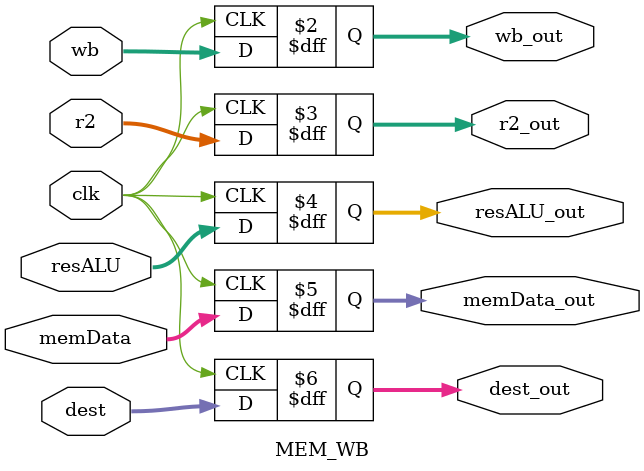
<source format=sv>
module MEM_WB (clk, wb, r2, resALU, memData, dest, 
					wb_out, r2_out, resALU_out, dest_out, memData_out);
					
	input logic clk;
	input logic [1:0] wb;
	input logic [31:0] r2;
	input logic [31:0] resALU;
	input logic [31:0] memData;
	input logic [3:0] dest;
	
	output logic [1:0] wb_out;
	output logic [31:0] r2_out;
	output logic [31:0] resALU_out;
	output logic [31:0] memData_out;
	output logic [3:0] dest_out;
	
	always @(negedge clk) begin
		wb_out <= wb;
		r2_out <= r2;
		resALU_out <= resALU;
		memData_out <= memData;
		dest_out <= dest;
	end
endmodule 
</source>
